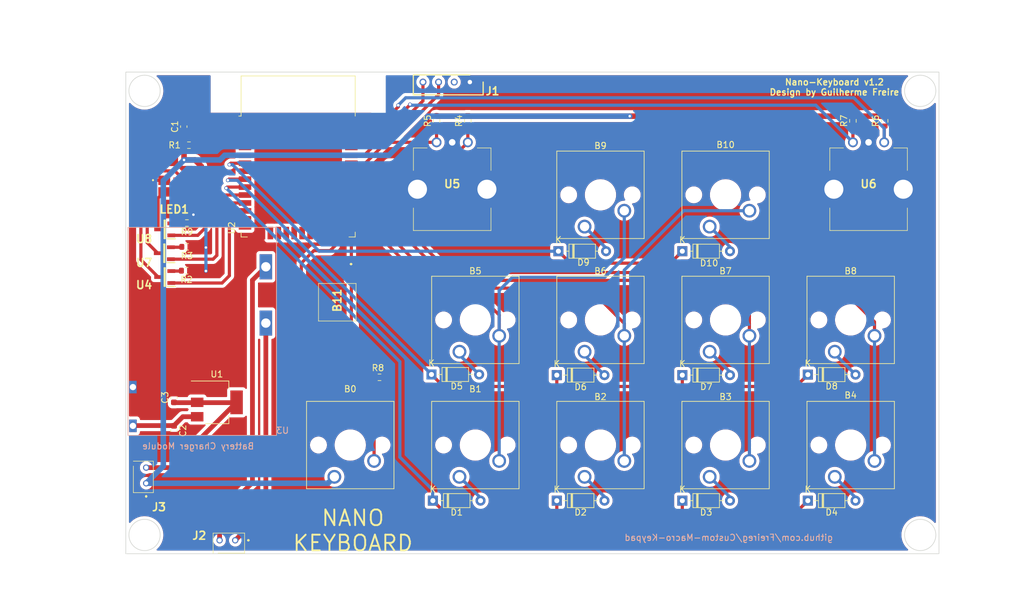
<source format=kicad_pcb>
(kicad_pcb (version 20211014) (generator pcbnew)
  (title_block (date "jeu. 02 avril 2015"))
  (layers (0 "F.Cu" signal) (31 "B.Cu" signal) (34 "B.Paste" user) (35 "F.Paste" user) (36 "B.SilkS" user "B.Silkscreen") (37 "F.SilkS" user "F.Silkscreen") (38 "B.Mask" user) (39 "F.Mask" user) (44 "Edge.Cuts" user))
  (net 0 "")
  (net 1 "GND")
  (net 2 "/FUNC")
  (net 3 "+3V3")
  (net 4 "Net-(B1-Pad1)")
  (net 5 "Net-(B2-Pad1)")
  (net 6 "Net-(B3-Pad1)")
  (net 7 "Net-(B4-Pad1)")
  (net 8 "Net-(B5-Pad1)")
  (net 9 "Net-(B6-Pad1)")
  (net 10 "Net-(B7-Pad1)")
  (net 11 "Net-(B8-Pad1)")
  (net 12 "Net-(B9-Pad1)")
  (net 13 "Net-(B10-Pad1)")
  (net 14 "/ESP_EN")
  (net 15 "COL1")
  (net 16 "COL2")
  (net 17 "COL3")
  (net 18 "COL4")
  (net 19 "ROW1")
  (net 20 "ROW2")
  (net 21 "ROW3")
  (net 22 "/BOOT")
  (net 23 "/LED_RED")
  (net 24 "/ENCODER2_A")
  (net 25 "/LED_GREEN")
  (net 26 "/LED_BLUE")
  (net 27 "/ENCODER2_B")
  (net 28 "/ENCODER1_A")
  (net 29 "Net-(C2-Pad1)")
  (net 31 "/ENCODER1_B")
  (net 32 "/RX0")
  (net 33 "/TX0")
  (net 34 "/KG")
  (net 35 "/KR")
  (net 36 "/KB")
  (net 37 "Net-(R2-Pad2)")
  (net 38 "Net-(R3-Pad2)")
  (net 39 "/MASTER_SWITCH")
  (net 40 "Net-(J2-Pad1)")
  (net 41 "Net-(J2-Pad2)")
  (net 42 "Net-(R9-Pad2)")
  (footprint "lib:R_0603_1608Metric" (layer "F.Cu") (at 107.236 113.568 180)
    (fp_text reference "R8" (at 0.25 1.5) (layer "F.SilkS"))
    (fp_text value "R_0603")
    (pad "1" smd roundrect (at -0.825 0 180) (size 0.8 0.95) (layers "F.Cu" "F.Paste" "F.Mask") (net 1 "GND"))
    (pad "2" smd roundrect (at 0.825 0 180) (size 0.8 0.95) (layers "F.Cu" "F.Paste" "F.Mask") (net 2 "/FUNC"))
  )
  (footprint "Diode_THT:D_DO-35_SOD27_P7.62mm_Horizontal" (layer "F.Cu") (at 175.712 113.137629)
    (fp_text reference "D8" (at 3.81 1.858371) (layer "F.SilkS"))
    (fp_text value "1N914")
    (fp_text user "K" (at 0 -1.8) (layer "F.SilkS"))
    (pad "1" thru_hole rect (at 0 0) (size 1.6 1.6) (drill 0.8) (layers *.Cu *.Mask) (net 20 "ROW2"))
    (pad "2" thru_hole oval (at 7.62 0) (size 1.6 1.6) (drill 0.8) (layers *.Cu *.Mask) (net 11 "Net-(B8-Pad1)"))
  )
  (footprint "lib:R_0603_1608Metric" (layer "F.Cu") (at 76.454 92.71 180)
    (fp_text reference "R3" (at 0 -1.43) (layer "F.SilkS"))
    (fp_text value "R_0603")
    (pad "1" smd roundrect (at -0.825 0 180) (size 0.8 0.95) (layers "F.Cu" "F.Paste" "F.Mask") (net 1 "GND"))
    (pad "2" smd roundrect (at 0.825 0 180) (size 0.8 0.95) (layers "F.Cu" "F.Paste" "F.Mask") (net 38 "Net-(R3-Pad2)"))
  )
  (footprint "lib:C_0603_1608Metric" (layer "F.Cu") (at 75.946 73.49 90)
    (fp_text reference "C1" (at 0 -1.43 90) (layer "F.SilkS"))
    (fp_text value "C_0603")
    (pad "1" smd roundrect (at -0.775 0 90) (size 0.9 0.95) (layers "F.Cu" "F.Paste" "F.Mask") (net 3 "+3V3"))
    (pad "2" smd roundrect (at 0.775 0 90) (size 0.9 0.95) (layers "F.Cu" "F.Paste" "F.Mask") (net 1 "GND"))
  )
  (footprint "lib:SW_Cherry_MX_1.00u_PCB" (layer "F.Cu") (at 160.02 129.474 180)
    (fp_text reference "B3" (at -2.54 12.79) (layer "F.SilkS"))
    (fp_text value "Cherry_Switch_1U_PCB")
    (pad "" np_thru_hole circle (at -2.54 5.08 180) (size 4 4) (drill 4) (layers *.Cu *.Mask))
    (pad "" np_thru_hole circle (at -7.62 5.08 180) (size 1.7 1.7) (drill 1.7) (layers *.Cu *.Mask))
    (pad "" np_thru_hole circle (at 2.54 5.08 180) (size 1.7 1.7) (drill 1.7) (layers *.Cu *.Mask))
    (pad "1" thru_hole circle (at 0 0 180) (size 2.2 2.2) (drill 1.5) (layers *.Cu *.Mask) (net 6 "Net-(B3-Pad1)"))
    (pad "2" thru_hole circle (at -6.35 2.54 180) (size 2.2 2.2) (drill 1.5) (layers *.Cu *.Mask) (net 17 "COL3"))
  )
  (footprint "lib:R_0603_1608Metric" (layer "F.Cu") (at 116.356 72.568 90)
    (fp_text reference "R5" (at 0 -1.43 90) (layer "F.SilkS"))
    (fp_text value "R_0603")
    (pad "1" smd roundrect (at -0.825 0 90) (size 0.8 0.95) (layers "F.Cu" "F.Paste" "F.Mask") (net 27 "/ENCODER2_B"))
    (pad "2" smd roundrect (at 0.825 0 90) (size 0.8 0.95) (layers "F.Cu" "F.Paste" "F.Mask") (net 3 "+3V3"))
  )
  (footprint "lib:SOT96P237X111-3N" (layer "F.Cu") (at 72.835 93.726 180)
    (fp_text reference "U7" (at 3.239 -1.524) (layer "F.SilkS") (effects (font (size 1.27 1.27) (thickness 0.254))))
    (fp_text value "QBC847BL" hide)
    (pad "1" smd rect (at -1.05 -0.955 270) (size 0.6 1.25) (layers "F.Cu" "F.Paste" "F.Mask") (net 25 "/LED_GREEN"))
    (pad "2" smd rect (at -1.05 0.955 270) (size 0.6 1.25) (layers "F.Cu" "F.Paste" "F.Mask") (net 38 "Net-(R3-Pad2)"))
    (pad "3" smd rect (at 1.05 0 270) (size 0.6 1.25) (layers "F.Cu" "F.Paste" "F.Mask") (net 34 "/KG"))
  )
  (footprint "lib:R_0603_1608Metric" (layer "F.Cu") (at 121.356 72.568 90)
    (fp_text reference "R4" (at 0 -1.43 90) (layer "F.SilkS"))
    (fp_text value "R_0603")
    (pad "1" smd roundrect (at -0.825 0 90) (size 0.8 0.95) (layers "F.Cu" "F.Paste" "F.Mask") (net 24 "/ENCODER2_A"))
    (pad "2" smd roundrect (at 0.825 0 90) (size 0.8 0.95) (layers "F.Cu" "F.Paste" "F.Mask") (net 3 "+3V3"))
  )
  (footprint "lib:R_0603_1608Metric" (layer "F.Cu") (at 76.454 88.9 180)
    (fp_text reference "R9" (at 0 -1.43) (layer "F.SilkS"))
    (fp_text value "R_0603")
    (pad "1" smd roundrect (at -0.825 0 180) (size 0.8 0.95) (layers "F.Cu" "F.Paste" "F.Mask") (net 1 "GND"))
    (pad "2" smd roundrect (at 0.825 0 180) (size 0.8 0.95) (layers "F.Cu" "F.Paste" "F.Mask") (net 42 "Net-(R9-Pad2)"))
  )
  (footprint "lib:R_0603_1608Metric" (layer "F.Cu") (at 76.771 76.454)
    (fp_text reference "R1" (at -2.286 0) (layer "F.SilkS"))
    (fp_text value "R_0603")
    (pad "1" smd roundrect (at -0.825 0) (size 0.8 0.95) (layers "F.Cu" "F.Paste" "F.Mask") (net 3 "+3V3"))
    (pad "2" smd roundrect (at 0.825 0) (size 0.8 0.95) (layers "F.Cu" "F.Paste" "F.Mask") (net 14 "/ESP_EN"))
  )
  (footprint "lib:SW_Cherry_MX_1.00u_PCB" (layer "F.Cu") (at 140.02 129.474 180)
    (fp_text reference "B2" (at -2.54 12.79) (layer "F.SilkS"))
    (fp_text value "Cherry_Switch_1U_PCB")
    (pad "" np_thru_hole circle (at -2.54 5.08 180) (size 4 4) (drill 4) (layers *.Cu *.Mask))
    (pad "" np_thru_hole circle (at -7.62 5.08 180) (size 1.7 1.7) (drill 1.7) (layers *.Cu *.Mask))
    (pad "" np_thru_hole circle (at 2.54 5.08 180) (size 1.7 1.7) (drill 1.7) (layers *.Cu *.Mask))
    (pad "1" thru_hole circle (at 0 0 180) (size 2.2 2.2) (drill 1.5) (layers *.Cu *.Mask) (net 5 "Net-(B2-Pad1)"))
    (pad "2" thru_hole circle (at -6.35 2.54 180) (size 2.2 2.2) (drill 1.5) (layers *.Cu *.Mask) (net 16 "COL2"))
  )
  (footprint "Diode_THT:D_DO-35_SOD27_P7.62mm_Horizontal" (layer "F.Cu") (at 155.646 113.218)
    (fp_text reference "D7" (at 3.836981 1.858371) (layer "F.SilkS"))
    (fp_text value "1N914")
    (fp_text user "K" (at 0 -1.8) (layer "F.SilkS"))
    (pad "1" thru_hole rect (at 0 0) (size 1.6 1.6) (drill 0.8) (layers *.Cu *.Mask) (net 20 "ROW2"))
    (pad "2" thru_hole oval (at 7.62 0) (size 1.6 1.6) (drill 0.8) (layers *.Cu *.Mask) (net 10 "Net-(B7-Pad1)"))
  )
  (footprint "lib:SW_Cherry_MX_1.00u_PCB" (layer "F.Cu") (at 140.02 89.474 180)
    (fp_text reference "B9" (at -2.54 12.924) (layer "F.SilkS"))
    (fp_text value "Cherry_Switch_1U_PCB")
    (pad "" np_thru_hole circle (at 2.54 5.08 180) (size 1.7 1.7) (drill 1.7) (layers *.Cu *.Mask))
    (pad "" np_thru_hole circle (at -2.54 5.08 180) (size 4 4) (drill 4) (layers *.Cu *.Mask))
    (pad "" np_thru_hole circle (at -7.62 5.08 180) (size 1.7 1.7) (drill 1.7) (layers *.Cu *.Mask))
    (pad "1" thru_hole circle (at 0 0 180) (size 2.2 2.2) (drill 1.5) (layers *.Cu *.Mask) (net 12 "Net-(B9-Pad1)"))
    (pad "2" thru_hole circle (at -6.35 2.54 180) (size 2.2 2.2) (drill 1.5) (layers *.Cu *.Mask) (net 15 "COL1"))
  )
  (footprint "lib:R_0603_1608Metric" (layer "F.Cu") (at 187.986 72.568 90)
    (fp_text reference "R6" (at 0 -1.43 90) (layer "F.SilkS"))
    (fp_text value "R_0603")
    (pad "1" smd roundrect (at -0.825 0 90) (size 0.8 0.95) (layers "F.Cu" "F.Paste" "F.Mask") (net 28 "/ENCODER1_A"))
    (pad "2" smd roundrect (at 0.825 0 90) (size 0.8 0.95) (layers "F.Cu" "F.Paste" "F.Mask") (net 3 "+3V3"))
  )
  (footprint "lib:5988610307F" (layer "F.Cu") (at 74.422 83)
    (fp_text reference "LED1" (at 0.01 3.714) (layer "F.SilkS") (effects (font (size 1.27 1.27) (thickness 0.254))))
    (fp_text value "598-8610-307F" hide)
    (pad "1" smd rect locked (at -1.6 -0.925 90) (size 1.5 1.9) (layers "F.Cu" "F.Paste" "F.Mask") (net 34 "/KG"))
    (pad "2" smd rect locked (at 1.6 -0.925 90) (size 1.5 1.9) (layers "F.Cu" "F.Paste" "F.Mask") (net 35 "/KR"))
    (pad "3" smd rect locked (at -1.6 0.925 90) (size 1.5 1.9) (layers "F.Cu" "F.Paste" "F.Mask") (net 36 "/KB"))
    (pad "4" smd rect locked (at 1.6 0.925 90) (size 1.5 1.9) (layers "F.Cu" "F.Paste" "F.Mask") (net 3 "+3V3"))
  )
  (footprint "lib:C_0603_1608Metric" (layer "F.Cu") (at 74.378 122.103 -90)
    (fp_text reference "C2" (at 0 -1.43 -270) (layer "F.SilkS"))
    (fp_text value "C_0603")
    (pad "1" smd roundrect (at -0.775 0 270) (size 0.9 0.95) (layers "F.Cu" "F.Paste" "F.Mask") (net 29 "Net-(C2-Pad1)"))
    (pad "2" smd roundrect (at 0.775 0 270) (size 0.9 0.95) (layers "F.Cu" "F.Paste" "F.Mask") (net 1 "GND"))
  )
  (footprint "lib:SW_Cherry_MX_1.00u_PCB" (layer "F.Cu") (at 180.02 109.474 180)
    (fp_text reference "B8" (at -2.54 12.9) (layer "F.SilkS"))
    (fp_text value "Cherry_Switch_1U_PCB")
    (pad "" np_thru_hole circle (at -2.54 5.08 180) (size 4 4) (drill 4) (layers *.Cu *.Mask))
    (pad "" np_thru_hole circle (at 2.54 5.08 180) (size 1.7 1.7) (drill 1.7) (layers *.Cu *.Mask))
    (pad "" np_thru_hole circle (at -7.62 5.08 180) (size 1.7 1.7) (drill 1.7) (layers *.Cu *.Mask))
    (pad "1" thru_hole circle (at 0 0 180) (size 2.2 2.2) (drill 1.5) (layers *.Cu *.Mask) (net 11 "Net-(B8-Pad1)"))
    (pad "2" thru_hole circle (at -6.35 2.54 180) (size 2.2 2.2) (drill 1.5) (layers *.Cu *.Mask) (net 18 "COL4"))
  )
  (footprint "lib:SOT96P237X111-3N" (layer "F.Cu") (at 72.898 89.916 180)
    (fp_text reference "U8" (at 3.302 -1.524) (layer "F.SilkS") (effects (font (size 1.27 1.27) (thickness 0.254))))
    (fp_text value "QBC847BL" hide)
    (pad "1" smd rect (at -1.05 -0.955 270) (size 0.6 1.25) (layers "F.Cu" "F.Paste" "F.Mask") (net 26 "/LED_BLUE"))
    (pad "2" smd rect (at -1.05 0.955 270) (size 0.6 1.25) (layers "F.Cu" "F.Paste" "F.Mask") (net 42 "Net-(R9-Pad2)"))
    (pad "3" smd rect (at 1.05 0 270) (size 0.6 1.25) (layers "F.Cu" "F.Paste" "F.Mask") (net 36 "/KB"))
  )
  (footprint "lib:SHDR4W35P0X125_1X4_800X320X420P" (layer "F.Cu") (at 121.682 66.368 180)
    (fp_text reference "J1" (at -3.625 -1.45) (layer "F.SilkS") (effects (font (size 1.27 1.27) (thickness 0.254))))
    (fp_text value "125SH-B-04-TS" hide)
    (pad "1" thru_hole rect (at 0 0 180) (size 1.1 1.1) (drill 0.7) (layers *.Cu *.Mask) (net 1 "GND"))
    (pad "2" thru_hole circle (at 2.5 0 180) (size 1.1 1.1) (drill 0.7) (layers *.Cu *.Mask))
    (pad "3" thru_hole circle (at 5 0 180) (size 1.1 1.1) (drill 0.7) (layers *.Cu *.Mask) (net 32 "/RX0"))
    (pad "4" thru_hole circle (at 7.5 0 180) (size 1.1 1.1) (drill 0.7) (layers *.Cu *.Mask) (net 33 "/TX0"))
  )
  (footprint "Diode_THT:D_DO-35_SOD27_P7.62mm_Horizontal" (layer "F.Cu") (at 115.768 133.284)
    (fp_text reference "D1" (at 3.81 1.865) (layer "F.SilkS"))
    (fp_text value "1N914")
    (fp_text user "K" (at 0 -1.8) (layer "F.SilkS"))
    (pad "1" thru_hole rect (at 0 0) (size 1.6 1.6) (drill 0.8) (layers *.Cu *.Mask) (net 19 "ROW1"))
    (pad "2" thru_hole oval (at 7.62 0) (size 1.6 1.6) (drill 0.8) (layers *.Cu *.Mask) (net 4 "Net-(B1-Pad1)"))
  )
  (footprint "lib:C_0603_1608Metric" (layer "F.Cu") (at 74.378 116.797 90)
    (fp_text reference "C3" (at 0 -1.43 90) (layer "F.SilkS"))
    (fp_text value "C_0603")
    (pad "1" smd roundrect (at -0.775 0 90) (size 0.9 0.95) (layers "F.Cu" "F.Paste" "F.Mask") (net 39 "/MASTER_SWITCH"))
    (pad "2" smd roundrect (at 0.775 0 90) (size 0.9 0.95) (layers "F.Cu" "F.Paste" "F.Mask") (net 1 "GND"))
  )
  (footprint "lib:SW_Cherry_MX_1.00u_PCB" (layer "F.Cu") (at 160.02 109.474 180)
    (fp_text reference "B7" (at -2.529667 12.9) (layer "F.SilkS"))
    (fp_text value "Cherry_Switch_1U_PCB")
    (pad "" np_thru_hole circle (at -7.62 5.08 180) (size 1.7 1.7) (drill 1.7) (layers *.Cu *.Mask))
    (pad "" np_thru_hole circle (at 2.54 5.08 180) (size 1.7 1.7) (drill 1.7) (layers *.Cu *.Mask))
    (pad "" np_thru_hole circle (at -2.54 5.08 180) (size 4 4) (drill 4) (layers *.Cu *.Mask))
    (pad "1" thru_hole circle (at 0 0 180) (size 2.2 2.2) (drill 1.5) (layers *.Cu *.Mask) (net 10 "Net-(B7-Pad1)"))
    (pad "2" thru_hole circle (at -6.35 2.54 180) (size 2.2 2.2) (drill 1.5) (layers *.Cu *.Mask) (net 17 "COL3"))
  )
  (footprint "lib:R_0603_1608Metric" (layer "F.Cu") (at 76.391 96.52 180)
    (fp_text reference "R2" (at 0 -1.43) (layer "F.SilkS"))
    (fp_text value "R_0603")
    (pad "1" smd roundrect (at -0.825 0 180) (size 0.8 0.95) (layers "F.Cu" "F.Paste" "F.Mask") (net 1 "GND"))
    (pad "2" smd roundrect (at 0.825 0 180) (size 0.8 0.95) (layers "F.Cu" "F.Paste" "F.Mask") (net 37 "Net-(R2-Pad2)"))
  )
  (footprint "lib:SW_Cherry_MX_1.00u_PCB" (layer "F.Cu") (at 180.02 129.474 180)
    (fp_text reference "B4" (at -2.54 13.04) (layer "F.SilkS"))
    (fp_text value "Cherry_Switch_1U_PCB")
    (pad "" np_thru_hole circle (at 2.54 5.08 180) (size 1.7 1.7) (drill 1.7) (layers *.Cu *.Mask))
    (pad "" np_thru_hole circle (at -7.62 5.08 180) (size 1.7 1.7) (drill 1.7) (layers *.Cu *.Mask))
    (pad "" np_thru_hole circle (at -2.54 5.08 180) (size 4 4) (drill 4) (layers *.Cu *.Mask))
    (pad "1" thru_hole circle (at 0 0 180) (size 2.2 2.2) (drill 1.5) (layers *.Cu *.Mask) (net 7 "Net-(B4-Pad1)"))
    (pad "2" thru_hole circle (at -6.35 2.54 180) (size 2.2 2.2) (drill 1.5) (layers *.Cu *.Mask) (net 18 "COL4"))
  )
  (footprint "lib:EN12HN22AF25" (layer "F.Cu") (at 121.356 76 180)
    (fp_text reference "U5" (at 2.5 -6.656) (layer "F.SilkS") (effects (font (size 1.27 1.27) (thickness 0.254))))
    (fp_text value "EN12-HN22AF25" hide)
    (pad "A1" thru_hole circle (at 0 0 180) (size 1.575 1.575) (drill 1.05) (layers *.Cu *.Mask) (net 24 "/ENCODER2_A"))
    (pad "B1" thru_hole circle (at 5 0 180) (size 1.575 1.575) (drill 1.05) (layers *.Cu *.Mask) (net 27 "/ENCODER2_B"))
    (pad "C1" thru_hole circle (at 2.5 0 180) (size 1.575 1.575) (drill 1.05) (layers *.Cu *.Mask) (net 1 "GND"))
    (pad "MH1" thru_hole circle (at -3.05 -7.5 180) (size 4.562 4.562) (drill 3.0414) (layers *.Cu *.Mask) (net 1 "GND"))
    (pad "MH2" thru_hole circle (at 8.05 -7.5 180) (size 4.562 4.562) (drill 3.0414) (layers *.Cu *.Mask) (net 1 "GND"))
  )
  (footprint "lib:SOT96P237X111-3N" (layer "F.Cu") (at 72.898 97.536 180)
    (fp_text reference "U4" (at 3.302 -1.27) (layer "F.SilkS") (effects (font (size 1.27 1.27) (thickness 0.254))))
    (fp_text value "QBC847BL" hide)
    (pad "1" smd rect (at -1.05 -0.955 270) (size 0.6 1.25) (layers "F.Cu" "F.Paste" "F.Mask") (net 23 "/LED_RED"))
    (pad "2" smd rect (at -1.05 0.955 270) (size 0.6 1.25) (layers "F.Cu" "F.Paste" "F.Mask") (net 37 "Net-(R2-Pad2)"))
    (pad "3" smd rect (at 1.05 0 270) (size 0.6 1.25) (layers "F.Cu" "F.Paste" "F.Mask") (net 35 "/KR"))
  )
  (footprint "Diode_THT:D_DO-35_SOD27_P7.62mm_Horizontal" (layer "F.Cu") (at 155.646 93.406)
    (fp_text reference "D10" (at 4.279296 1.895) (layer "F.SilkS"))
    (fp_text value "1N914")
    (fp_text user "K" (at 0 -1.8) (layer "F.SilkS"))
    (pad "1" thru_hole rect (at 0 0) (size 1.6 1.6) (drill 0.8) (layers *.Cu *.Mask) (net 21 "ROW3"))
    (pad "2" thru_hole oval (at 7.62 0) (size 1.6 1.6) (drill 0.8) (layers *.Cu *.Mask) (net 13 "Net-(B10-Pad1)"))
  )
  (footprint "Diode_THT:D_DO-35_SOD27_P7.62mm_Horizontal" (layer "F.Cu") (at 175.712 133.284)
    (fp_text reference "D4" (at 3.81 1.865) (layer "F.SilkS"))
    (fp_text value "1N914")
    (fp_text user "K" (at 0 -1.8) (layer "F.SilkS"))
    (pad "1" thru_hole rect (at 0 0) (size 1.6 1.6) (drill 0.8) (layers *.Cu *.Mask) (net 19 "ROW1"))
    (pad "2" thru_hole oval (at 7.62 0) (size 1.6 1.6) (drill 0.8) (layers *.Cu *.Mask) (net 7 "Net-(B4-Pad1)"))
  )
  (footprint "Diode_THT:D_DO-35_SOD27_P7.62mm_Horizontal" (layer "F.Cu") (at 155.646 133.284)
    (fp_text reference "D3" (at 3.81 1.865) (layer "F.SilkS"))
    (fp_text value "1N914")
    (fp_text user "K" (at 0 -1.8) (layer "F.SilkS"))
    (pad "1" thru_hole rect (at 0 0) (size 1.6 1.6) (drill 0.8) (layers *.Cu *.Mask) (net 19 "ROW1"))
    (pad "2" thru_hole oval (at 7.62 0) (size 1.6 1.6) (drill 0.8) (layers *.Cu *.Mask) (net 6 "Net-(B3-Pad1)"))
  )
  (footprint "lib:SW_Cherry_MX_1.00u_PCB" (layer "F.Cu") (at 120.02 109.474 180)
    (fp_text reference "B5" (at -2.54 12.9) (layer "F.SilkS"))
    (fp_text value "Cherry_Switch_1U_PCB")
    (pad "" np_thru_hole circle (at -7.62 5.08 180) (size 1.7 1.7) (drill 1.7) (layers *.Cu *.Mask))
    (pad "" np_thru_hole circle (at 2.54 5.08 180) (size 1.7 1.7) (drill 1.7) (layers *.Cu *.Mask))
    (pad "" np_thru_hole circle (at -2.54 5.08 180) (size 4 4) (drill 4) (layers *.Cu *.Mask))
    (pad "1" thru_hole circle (at 0 0 180) (size 2.2 2.2) (drill 1.5) (layers *.Cu *.Mask) (net 8 "Net-(B5-Pad1)"))
    (pad "2" thru_hole circle (at -6.35 2.54 180) (size 2.2 2.2) (drill 1.5) (layers *.Cu *.Mask) (net 15 "COL1"))
  )
  (footprint "Diode_THT:D_DO-35_SOD27_P7.62mm_Horizontal" (layer "F.Cu") (at 135.834 93.406)
    (fp_text reference "D9" (at 4.002314 1.795) (layer "F.SilkS"))
    (fp_text value "1N914")
    (fp_text user "K" (at 0 -1.8) (layer "F.SilkS"))
    (pad "1" thru_hole rect (at 0 0) (size 1.6 1.6) (drill 0.8) (layers *.Cu *.Mask) (net 21 "ROW3"))
    (pad "2" thru_hole oval (at 7.62 0) (size 1.6 1.6) (drill 0.8) (layers *.Cu *.Mask) (net 12 "Net-(B9-Pad1)"))
  )
  (footprint "Diode_THT:D_DO-35_SOD27_P7.62mm_Horizontal" (layer "F.Cu") (at 115.544686 113.114)
    (fp_text reference "D5" (at 4.033314 1.882) (layer "F.SilkS"))
    (fp_text value "1N914")
    (fp_text user "K" (at 0 -1.8) (layer "F.SilkS"))
    (pad "1" thru_hole rect (at 0 0) (size 1.6 1.6) (drill 0.8) (layers *.Cu *.Mask) (net 20 "ROW2"))
    (pad "2" thru_hole oval (at 7.62 0) (size 1.6 1.6) (drill 0.8) (layers *.Cu *.Mask) (net 8 "Net-(B5-Pad1)"))
  )
  (footprint "lib:25SHB02TS" (layer "F.Cu") (at 69.934 130.503 -90)
    (fp_text reference "J3" (at 3.815 -2.052) (layer "F.SilkS") (effects (font (size 1.27 1.27) (thickness 0.254))))
    (fp_text value "25SH-B-02-TS" hide)
    (pad "1" thru_hole circle (at 0 0 270) (size 1 1) (drill 0.65) (layers *.Cu *.Mask) (net 3 "+3V3"))
    (pad "2" thru_hole circle (at -2.5 0 270) (size 1 1) (drill 0.65) (layers *.Cu *.Mask) (net 39 "/MASTER_SWITCH"))
  )
  (footprint "lib:SW_Cherry_MX_1.00u_PCB" (layer "F.Cu") (at 100.02 129.474 180)
    (fp_text reference "B0" (at -2.54 14.04) (layer "F.SilkS"))
    (fp_text value "Cherry_Switch_1U_PCB")
    (pad "" np_thru_hole circle (at -7.62 5.08 180) (size 1.7 1.7) (drill 1.7) (layers *.Cu *.Mask))
    (pad "" np_thru_hole circle (at -2.54 5.08 180) (size 4 4) (drill 4) (layers *.Cu *.Mask))
    (pad "" np_thru_hole circle (at 2.54 5.08 180) (size 1.7 1.7) (drill 1.7) (layers *.Cu *.Mask))
    (pad "1" thru_hole circle (at 0 0 180) (size 2.2 2.2) (drill 1.5) (layers *.Cu *.Mask) (net 3 "+3V3"))
    (pad "2" thru_hole circle (at -6.35 2.54 180) (size 2.2 2.2) (drill 1.5) (layers *.Cu *.Mask) (net 2 "/FUNC"))
  )
  (footprint "RF_Module:ESP32-WROOM-32" (layer "F.Cu") (at 94.234 81.25)
    (fp_text reference "U2" (at -10.61 8.43 90) (layer "F.SilkS"))
    (fp_text value "ESP32-WROOM-32")
    (pad "1" smd rect (at -8.5 -8.255) (size 2 0.9) (layers "F.Cu" "F.Paste" "F.Mask") (net 1 "GND"))
    (pad "2" smd rect (at -8.5 -6.985) (size 2 0.9) (layers "F.Cu" "F.Paste" "F.Mask") (net 3 "+3V3"))
    (pad "3" smd rect (at -8.5 -5.715) (size 2 0.9) (layers "F.Cu" "F.Paste" "F.Mask") (net 14 "/ESP_EN"))
    (pad "4" smd rect (at -8.5 -4.445) (size 2 0.9) (layers "F.Cu" "F.Paste" "F.Mask"))
    (pad "5" smd rect (at -8.5 -3.175) (size 2 0.9) (layers "F.Cu" "F.Paste" "F.Mask"))
    (pad "6" smd rect (at -8.5 -1.905) (size 2 0.9) (layers "F.Cu" "F.Paste" "F.Mask") (net 21 "ROW3"))
    (pad "7" smd rect (at -8.5 -0.635) (size 2 0.9) (layers "F.Cu" "F.Paste" "F.Mask"))
    (pad "8" smd rect (at -8.5 0.635) (size 2 0.9) (layers "F.Cu" "F.Paste" "F.Mask") (net 20 "ROW2"))
    (pad "9" smd rect (at -8.5 1.905) (size 2 0.9) (layers "F.Cu" "F.Paste" "F.Mask") (net 19 "ROW1"))
    (pad "10" smd rect (at -8.5 3.175) (size 2 0.9) (layers "F.Cu" "F.Paste" "F.Mask") (net 26 "/LED_BLUE"))
    (pad "11" smd rect (at -8.5 4.445) (size 2 0.9) (layers "F.Cu" "F.Paste" "F.Mask") (net 25 "/LED_GREEN"))
    (pad "12" smd rect (at -8.5 5.715) (size 2 0.9) (layers "F.Cu" "F.Paste" "F.Mask") (net 23 "/LED_RED"))
    (pad "13" smd rect (at -8.5 6.985) (size 2 0.9) (layers "F.Cu" "F.Paste" "F.Mask"))
    (pad "14" smd rect (at -8.5 8.255) (size 2 0.9) (layers "F.Cu" "F.Paste" "F.Mask"))
    (pad "15" smd rect (at -5.715 9.255 90) (size 2 0.9) (layers "F.Cu" "F.Paste" "F.Mask") (net 1 "GND"))
    (pad "16" smd rect (at -4.445 9.255 90) (size 2 0.9) (layers "F.Cu" "F.Paste" "F.Mask"))
    (pad "17" smd rect (at -3.175 9.255 90) (size 2 0.9) (layers "F.Cu" "F.Paste" "F.Mask"))
    (pad "18" smd rect (at -1.905 9.255 90) (size 2 0.9) (layers "F.Cu" "F.Paste" "F.Mask"))
    (pad "19" smd rect (at -0.635 9.255 90) (size 2 0.9) (layers "F.Cu" "F.Paste" "F.Mask"))
    (pad "20" smd rect (at 0.635 9.255 90) (size 2 0.9) (layers "F.Cu" "F.Paste" "F.Mask"))
    (pad "21" smd rect (at 1.905 9.255 90) (size 2 0.9) (layers "F.Cu" "F.Paste" "F.Mask"))
    (pad "22" smd rect (at 3.175 9.255 90) (size 2 0.9) (layers "F.Cu" "F.Paste" "F.Mask"))
    (pad "23" smd rect (at 4.445 9.255 90) (size 2 0.9) (layers "F.Cu" "F.Paste" "F.Mask"))
    (pad "24" smd rect (at 5.715 9.255 90) (size 2 0.9) (layers "F.Cu" "F.Paste" "F.Mask") (net 2 "/FUNC"))
    (pad "25" smd rect (at 8.5 8.255) (size 2 0.9) (layers "F.Cu" "F.Paste" "F.Mask") (net 22 "/BOOT"))
    (pad "26" smd rect (at 8.5 6.985) (size 2 0.9) (layers "F.Cu" "F.Paste" "F.Mask") (net 15 "COL1"))
    (pad "27" smd rect (at 8.5 5.715) (size 2 0.9) (layers "F.Cu" "F.Paste" "F.Mask") (net 16 "COL2"))
    (pad "28" smd rect (at 8.5 4.445) (size 2 0.9) (layers "F.Cu" "F.Paste" "F.Mask") (net 17 "COL3"))
    (pad "29" smd rect (at 8.5 3.175) (size 2 0.9) (layers "F.Cu" "F.Paste" "F.Mask"))
    (pad "30" smd rect (at 8.5 1.905) (size 2 0.9) (layers "F.Cu" "F.Paste" "F.Mask") (net 18 "COL4"))
    (pad "31" smd rect (at 8.5 0.635) (size 2 0.9) (layers "F.Cu" "F.Paste" "F.Mask") (net 24 "/ENCODER2_A"))
    (pad "32" smd rect (at 8.5 -0.635) (size 2 0.9) (layers "F.Cu" "F.Paste" "F.Mask"))
    (pad "33" smd rect (at 8.5 -1.905) (size 2 0.9) (layers "F.Cu" "F.Paste" "F.Mask") (net 27 "/ENCODER2_B"))
    (pad "34" smd rect (at 8.5 -3.175) (size 2 0.9) (layers "F.Cu" "F.Paste" "F.Mask") (net 32 "/RX0"))
    (pad "35" smd rect (at 8.5 -4.445) (size 2 0.9) (layers "F.Cu" "F.Paste" "F.Mask") (net 33 "/TX0"))
    (pad "36" smd rect (at 8.5 -5.715) (size 2 0.9) (layers "F.Cu" "F.Paste" "F.Mask") (net 31 "/ENCODER1_B"))
    (pad "37" smd rect (at 8.5 -6.985) (size 2 0.9) (layers "F.Cu" "F.Paste" "F.Mask") (net 28 "/ENCODER1_A"))
    (pad "38" smd rect (at 8.5 -8.255) (size 2 0.9) (layers "F.Cu" "F.Paste" "F.Mask") (net 1 "GND"))
    (pad "39" smd rect (at -1 -0.755) (size 5 5) (layers "F.Cu" "F.Paste" "F.Mask") (net 1 "GND"))
    (zone (net 0) (net_name "") (layers *.Cu) (connect_pads (clearance 0)) (min_thickness 0.254)
      (keepout (tracks not_allowed) (vias not_allowed) (pads not_allowed) (copperpour not_allowed) (footprints not_allowed))
      (fill (thermal_gap 0.508) (thermal_bridge_width 0.508))
      (polygon (pts (xy 80.234 71.28) (xy 108.234 71.28) (xy 108.234 60.5) (xy 80.234 60.5)))
    )
  )
  (footprint "lib:LL3301NF065QG" (layer "F.Cu") (at 100.486 101.568 -90)
    (fp_text reference "B11" (at -0.3 0 90) (layer "F.SilkS") (effects (font (size 1.27 1.27) (thickness 0.254))))
    (fp_text value "LL3301NF065QG" hide)
    (pad "1" smd rect (at -4.55 -2.25) (size 1.4 2.1) (layers "F.Cu" "F.Paste" "F.Mask") (net 22 "/BOOT"))
    (pad "2" smd rect (at 4.55 -2.25) (size 1.4 2.1) (layers "F.Cu" "F.Paste" "F.Mask") (net 22 "/BOOT"))
    (pad "3" smd rect (at -4.55 2.25) (size 1.4 2.1) (layers "F.Cu" "F.Paste" "F.Mask") (net 1 "GND"))
    (pad "4" smd rect (at 4.55 2.25) (size 1.4 2.1) (layers "F.Cu" "F.Paste" "F.Mask") (net 1 "GND"))
  )
  (footprint "lib:SW_Cherry_MX_1.00u_PCB" (layer "F.Cu") (at 160.02 89.474 180)
    (fp_text reference "B10" (at -2.54 13.08) (layer "F.SilkS"))
    (fp_text value "Cherry_Switch_1U_PCB")
    (pad "" np_thru_hole circle (at 2.54 5.08 180) (size 1.7 1.7) (drill 1.7) (layers *.Cu *.Mask))
    (pad "" np_thru_hole circle (at -7.62 5.08 180) (size 1.7 1.7) (drill 1.7) (layers *.Cu *.Mask))
    (pad "" np_thru_hole circle (at -2.54 5.08 180) (size 4 4) (drill 4) (layers *.Cu *.Mask))
    (pad "1" thru_hole circle (at 0 0 180) (size 2.2 2.2) (drill 1.5) (layers *.Cu *.Mask) (net 13 "Net-(B10-Pad1)"))
    (pad "2" thru_hole circle (at -6.35 2.54 180) (size 2.2 2.2) (drill 1.5) (layers *.Cu *.Mask) (net 16 "COL2"))
  )
  (footprint "lib:EN12HN22AF25" (layer "F.Cu") (at 187.92 76 180)
    (fp_text reference "U6" (at 2.5 -6.656) (layer "F.SilkS") (effects (font (size 1.27 1.27) (thickness 0.254))))
    (fp_text value "EN12-HN22AF25" hide)
    (pad "A1" thru_hole circle (at 0 0 180) (size 1.575 1.575) (drill 1.05) (layers *.Cu *.Mask) (net 28 "/ENCODER1_A"))
    (pad "B1" thru_hole circle (at 5 0 180) (size 1.575 1.575) (drill 1.05) (layers *.Cu *.Mask) (net 31 "/ENCODER1_B"))
    (pad "C1" thru_hole circle (at 2.5 0 180) (size 1.575 1.575) (drill 1.05) (layers *.Cu *.Mask) (net 1 "GND"))
    (pad "MH1" thru_hole circle (at -3.05 -7.5 180) (size 4.562 4.562) (drill 3.0414) (layers *.Cu *.Mask) (net 1 "GND"))
    (pad "MH2" thru_hole circle (at 8.05 -7.5 180) (size 4.562 4.562) (drill 3.0414) (layers *.Cu *.Mask) (net 1 "GND"))
  )
  (footprint "lib:SW_Cherry_MX_1.00u_PCB" (layer "F.Cu") (at 120.02 129.474 180)
    (fp_text reference "B1" (at -2.54 14.04) (layer "F.SilkS"))
    (fp_text value "Cherry_Switch_1U_PCB")
    (pad "" np_thru_hole circle (at -7.62 5.08 180) (size 1.7 1.7) (drill 1.7) (layers *.Cu *.Mask))
    (pad "" np_thru_hole circle (at 2.54 5.08 180) (size 1.7 1.7) (drill 1.7) (layers *.Cu *.Mask))
    (pad "" np_thru_hole circle (at -2.54 5.08 180) (size 4 4) (drill 4) (layers *.Cu *.Mask))
    (pad "1" thru_hole circle (at 0 0 180) (size 2.2 2.2) (drill 1.5) (layers *.Cu *.Mask) (net 4 "Net-(B1-Pad1)"))
    (pad "2" thru_hole circle (at -6.35 2.54 180) (size 2.2 2.2) (drill 1.5) (layers *.Cu *.Mask) (net 15 "COL1"))
  )
  (footprint "lib:25SHB02TS" (layer "F.Cu") (at 84.171 139.62)
    (fp_text reference "J2" (at -5.75 -0.75) (layer "F.SilkS") (effects (font (size 1.27 1.27) (thickness 0.254))))
    (fp_text value "25SH-B-02-TS" hide)
    (pad "1" thru_hole circle (at 0 0) (size 1 1) (drill 0.65) (layers *.Cu *.Mask) (net 40 "Net-(J2-Pad1)"))
    (pad "2" thru_hole circle (at -2.5 0) (size 1 1) (drill 0.65) (layers *.Cu *.Mask) (net 41 "Net-(J2-Pad2)"))
  )
  (footprint "Diode_THT:D_DO-35_SOD27_P7.62mm_Horizontal" (layer "F.Cu") (at 135.58 113.218)
    (fp_text reference "D6" (at 3.81 1.882) (layer "F.SilkS"))
    (fp_text value "1N914")
    (fp_text user "K" (at 0 -1.8) (layer "F.SilkS"))
    (pad "1" thru_hole rect (at 0 0) (size 1.6 1.6) (drill 0.8) (layers *.Cu *.Mask) (net 20 "ROW2"))
    (pad "2" thru_hole oval (at 7.62 0) (size 1.6 1.6) (drill 0.8) (layers *.Cu *.Mask) (net 9 "Net-(B6-Pad1)"))
  )
  (footprint "lib:R_0603_1608Metric" (layer "F.Cu") (at 182.92 72.568 90)
    (fp_text reference "R7" (at 0 -1.43 90) (layer "F.SilkS"))
    (fp_text value "R_0603")
    (pad "1" smd roundrect (at -0.825 0 90) (size 0.8 0.95) (layers "F.Cu" "F.Paste" "F.Mask") (net 31 "/ENCODER1_B"))
    (pad "2" smd roundrect (at 0.825 0 90) (size 0.8 0.95) (layers "F.Cu" "F.Paste" "F.Mask") (net 3 "+3V3"))
  )
  (footprint "Package_TO_SOT_SMD:SOT-223-3_TabPin2" (layer "F.Cu") (at 81.236 117.568)
    (fp_text reference "U1" (at 0 -4.5) (layer "F.SilkS"))
    (fp_text value "AMS1117")
    (pad "1" smd rect (at -3.15 -2.3) (size 2 1.5) (layers "F.Cu" "F.Paste" "F.Mask") (net 1 "GND"))
    (pad "2" smd rect (at 3.15 0) (size 2 3.8) (layers "F.Cu" "F.Paste" "F.Mask") (net 39 "/MASTER_SWITCH"))
    (pad "2" smd rect (at -3.15 0) (size 2 1.5) (layers "F.Cu" "F.Paste" "F.Mask") (net 39 "/MASTER_SWITCH"))
    (pad "3" smd rect (at -3.15 2.3) (size 2 1.5) (layers "F.Cu" "F.Paste" "F.Mask") (net 29 "Net-(C2-Pad1)"))
  )
  (footprint "lib:SW_Cherry_MX_1.00u_PCB" (layer "F.Cu") (at 140.02 109.474 180)
    (fp_text reference "B6" (at -2.54 12.9) (layer "F.SilkS"))
    (fp_text value "Cherry_Switch_1U_PCB")
    (pad "" np_thru_hole circle (at 2.54 5.08 180) (size 1.7 1.7) (drill 1.7) (layers *.Cu *.Mask))
    (pad "" np_thru_hole circle (at -7.62 5.08 180) (size 1.7 1.7) (drill 1.7) (layers *.Cu *.Mask))
    (pad "" np_thru_hole circle (at -2.54 5.08 180) (size 4 4) (drill 4) (layers *.Cu *.Mask))
    (pad "1" thru_hole circle (at 0 0 180) (size 2.2 2.2) (drill 1.5) (layers *.Cu *.Mask) (net 9 "Net-(B6-Pad1)"))
    (pad "2" thru_hole circle (at -6.35 2.54 180) (size 2.2 2.2) (drill 1.5) (layers *.Cu *.Mask) (net 16 "COL2"))
  )
  (footprint "Diode_THT:D_DO-35_SOD27_P7.62mm_Horizontal" (layer "F.Cu") (at 135.58 133.284)
    (fp_text reference "D2" (at 3.81 1.865) (layer "F.SilkS"))
    (fp_text value "1N914")
    (fp_text user "K" (at 0 -1.8) (layer "F.SilkS"))
    (pad "1" thru_hole rect (at 0 0) (size 1.6 1.6) (drill 0.8) (layers *.Cu *.Mask) (net 19 "ROW1"))
    (pad "2" thru_hole oval (at 7.62 0) (size 1.6 1.6) (drill 0.8) (layers *.Cu *.Mask) (net 5 "Net-(B2-Pad1)"))
  )
  (footprint "lib:J5019-module" (layer "B.Cu") (at 90.766 122.848 90)
    (fp_text reference "U3" (at 0.78 0.97 unlocked) (layer "B.SilkS") (effects (justify mirror)))
    (fp_text value "J5019")
    (pad "1" thru_hole rect (at 17.95 -1.7 90) (size 4 2) (drill 1.5) (layers *.Cu *.Mask) (net 40 "Net-(J2-Pad1)"))
    (pad "2" thru_hole rect (at 26.95 -1.7 90) (size 4 2) (drill 1.5) (layers *.Cu *.Mask) (net 41 "Net-(J2-Pad2)"))
    (pad "3" thru_hole rect (at 1.52 -22.95 90) (size 2 1.2) (drill 1) (layers *.Cu *.Mask) (net 29 "Net-(C2-Pad1)"))
    (pad "4" thru_hole rect (at 7.72 -22.95 90) (size 2 1.2) (drill 1) (layers *.Cu *.Mask) (net 1 "GND"))
    (zone (net 0) (net_name "") (layer "B.Cu") (name "Keep out Module") (connect_pads (clearance 0)) (min_thickness 0.254)
      (keepout (tracks allowed) (vias not_allowed) (pads not_allowed) (copperpour not_allowed) (footprints not_allowed))
      (fill (thermal_gap 0.508) (thermal_bridge_width 0.508))
      (polygon (pts (xy 67.016 89.598) (xy 67.044006 112.153478) (xy 67.036465 112.128191) (xy 67.008459 117.500713) (xy 67.017 117.514) (xy 67.016 122.848) (xy 90.766 122.848) (xy 90.766 89.598)))
    )
  )
  (gr_circle locked (center 193.675 67.77) (end 196.175 67.77) (layer "Edge.Cuts") (width 0.1) (fill none))
  (gr_circle locked (center 193.675 138.77) (end 196.175 138.77) (layer "Edge.Cuts") (width 0.1) (fill none))
  (gr_circle locked (center 69.675 67.77) (end 72.175 67.77) (layer "Edge.Cuts") (width 0.1) (fill none))
  (gr_circle locked (center 69.675 138.77) (end 72.175 138.77) (layer "Edge.Cuts") (width 0.1) (fill none))
  (gr_rect locked (start 66.675 64.77) (end 196.675 141.77) (layer "Edge.Cuts") (width 0.1) (fill none))
  (gr_text "github.com/Freireg/Custom-Macro-Keypad" (at 163.068 139.192) (layer "B.SilkS") (effects (font (size 1 1)) (justify mirror)))
  (gr_text "Battery Charger Module" (at 78.236 124.568) (layer "B.SilkS") (effects (font (size 1 1)) (justify mirror)))
  (gr_text "Nano-Keyboard v1.2\nDesign by Guilherme Freire\n" (at 179.959 67.183) (layer "F.SilkS") (effects (font (size 1 1) (thickness 0.2))))
  (gr_text "NANO\nKEYBOARD" (at 102.986 138.068) (layer "F.SilkS") (effects (font (size 2.5 2.5) (thickness 0.3))))
  (segment (start 77.279 88.9) (end 77.279 87.775) (width 0.508) (layer "F.Cu") (net 1))
  (segment (start 79.378 92.71) (end 79.486 92.818) (width 0.508) (layer "F.Cu") (net 1))
  (segment (start 79.438 96.52) (end 79.486 96.568) (width 0.508) (layer "F.Cu") (net 1))
  (segment (start 77.279 92.71) (end 79.378 92.71) (width 0.508) (layer "F.Cu") (net 1))
  (segment (start 77.279 87.775) (end 77.486 87.568) (width 0.508) (layer "F.Cu") (net 1))
  (segment (start 77.216 96.52) (end 79.438 96.52) (width 0.508) (layer "F.Cu") (net 1))
  (via (at 77.486 87.568) (size 0.6) (drill 0.4) (layers "F.Cu" "B.Cu") (net 1))
  (via (at 79.486 96.568) (size 0.6) (drill 0.4) (layers "F.Cu" "B.Cu") (net 1))
  (via (at 79.486 92.818) (size 0.6) (drill 0.4) (layers "F.Cu" "B.Cu") (net 1))
  (segment (start 77.486 87.568) (end 79.486 89.568) (width 0.508) (layer "B.Cu") (net 1))
  (segment (start 79.486 89.568) (end 79.486 92.818) (width 0.508) (layer "B.Cu") (net 1))
  (segment (start 79.486 96.568) (end 79.486 92.818) (width 0.508) (layer "B.Cu") (net 1))
  (segment (start 106.37 113.609) (end 106.411 113.568) (width 0.508) (layer "F.Cu") (net 2))
  (segment (start 96.736 93.318) (end 99.348 93.318) (width 0.508) (layer "F.Cu") (net 2))
  (segment (start 106.411 113.568) (end 100.236 113.568) (width 0.508) (layer "F.Cu") (net 2))
  (segment (start 106.37 126.934) (end 106.37 113.609) (width 0.508) (layer "F.Cu") (net 2))
  (segment (start 94.736 95.318) (end 96.736 93.318) (width 0.508) (layer "F.Cu") (net 2))
  (segment (start 100.145 92.521) (end 100.145 90.505) (width 0.508) (layer "F.Cu") (net 2))
  (segment (start 94.736 108.068) (end 94.736 95.318) (width 0.508) (layer "F.Cu") (net 2))
  (segment (start 99.348 93.318) (end 100.145 92.521) (width 0.508) (layer "F.Cu") (net 2))
  (segment (start 100.236 113.568) (end 94.736 108.068) (width 0.508) (layer "F.Cu") (net 2))
  (segment (start 75.986 74.3715) (end 75.946 74.3715) (width 0.889) (layer "F.Cu") (net 3))
  (segment (start 78.736 83.474) (end 78.1785 84.0315) (width 0.889) (layer "F.Cu") (net 3))
  (segment (start 147.236 71.818) (end 187.911 71.818) (width 0.889) (layer "F.Cu") (net 3))
  (segment (start 78.736 79.818) (end 78.736 83.474) (width 0.889) (layer "F.Cu") (net 3))
  (segment (start 75.946 74.265) (end 85.734 74.265) (width 0.508) (layer "F.Cu") (net 3))
  (segment (start 77.736 78.818) (end 78.736 79.818) (width 0.889) (layer "F.Cu") (net 3))
  (segment (start 78.1785 84.0315) (end 76.022 84.0315) (width 0.889) (layer "F.Cu") (net 3))
  (segment (start 75.986 78.818) (end 75.986 74.3715) (width 0.889) (layer "F.Cu") (net 3))
  (segment (start 75.986 78.818) (end 77.736 78.818) (width 0.889) (layer "F.Cu") (net 3))
  (segment (start 187.911 71.818) (end 187.986 71.743) (width 0.889) (layer "F.Cu") (net 3))
  (segment (start 147.236 71.818) (end 116.431 71.818) (width 0.889) (layer "F.Cu") (net 3))
  (segment (start 116.431 71.818) (end 116.356 71.743) (width 0.889) (layer "F.Cu") (net 3))
  (via (at 147.236 71.818) (size 0.6) (drill 0.4) (layers "F.Cu" "B.Cu") (net 3))
  (via (at 75.986 78.818) (size 0.6) (drill 0.4) (layers "F.Cu" "B.Cu") (net 3))
  (segment (start 69.934 130.503) (end 72.672654 127.764346) (width 0.889) (layer "B.Cu") (net 3))
  (segment (start 72.672654 127.764346) (end 72.672654 82.131346) (width 0.889) (layer "B.Cu") (net 3))
  (segment (start 75.986 78.818) (end 81.736 78.818) (width 0.889) (layer "B.Cu") (net 3))
  (segment (start 82.486 78.068) (end 108.736 78.068) (width 0.889) (layer "B.Cu") (net 3))
  (segment (start 98.991 130.503) (end 100.02 129.474) (width 0.889) (layer "B.Cu") (net 3))
  (segment (start 81.736 78.818) (end 82.486 78.068) (width 0.889) (layer "B.Cu") (net 3))
  (segment (start 72.672654 82.131346) (end 75.986 78.818) (width 0.889) (layer "B.Cu") (net 3))
  (segment (start 114.986 71.818) (end 147.236 71.818) (width 0.889) (layer "B.Cu") (net 3))
  (segment (start 108.736 78.068) (end 114.986 71.818) (width 0.889) (layer "B.Cu") (net 3))
  (segment (start 69.934 130.503) (end 98.991 130.503) (width 0.889) (layer "B.Cu") (net 3))
  (segment (start 120.02 129.474) (end 123.388 132.842) (width 0.508) (layer "B.Cu") (net 4))
  (segment (start 123.388 132.842) (end 123.388 133.284) (width 0.508) (layer "B.Cu") (net 4))
  (segment (start 140.02 129.474) (end 143.2 132.654) (width 0.508) (layer "B.Cu") (net 5))
  (segment (start 143.2 132.654) (end 143.2 133.284) (width 0.508) (layer "B.Cu") (net 5))
  (segment (start 160.02 129.474) (end 163.266 132.72) (width 0.508) (layer "B.Cu") (net 6))
  (segment (start 163.266 132.72) (end 163.266 133.284) (width 0.508) (layer "B.Cu") (net 6))
  (segment (start 180.02 129.474) (end 183.332 132.786) (width 0.508) (layer "B.Cu") (net 7))
  (segment (start 183.332 132.786) (end 183.332 133.284) (width 0.508) (layer "B.Cu") (net 7))
  (segment (start 120.02 109.969314) (end 123.164686 113.114) (width 0.508) (layer "B.Cu") (net 8))
  (segment (start 120.02 109.474) (end 120.02 109.969314) (width 0.508) (layer "B.Cu") (net 8))
  (segment (start 140.02 109.474) (end 140.02 110.038) (width 0.508) (layer "B.Cu") (net 9))
  (segment (start 140.02 110.038) (end 143.2 113.218) (width 0.508) (layer "B.Cu") (net 9))
  (segment (start 163.266 112.72) (end 163.266 113.218) (width 0.508) (layer "B.Cu") (net 10))
  (segment (start 160.02 109.474) (end 163.266 112.72) (width 0.508) (layer "B.Cu") (net 10))
  (segment (start 180.02 109.825629) (end 183.332 113.137629) (width 0.508) (layer "B.Cu") (net 11))
  (segment (start 180.02 109.474) (end 180.02 109.825629) (width 0.508) (layer "B.Cu") (net 11))
  (segment (start 143.454 92.908) (end 143.454 93.406) (width 0.508) (layer "B.Cu") (net 12))
  (segment (start 140.02 89.474) (end 143.454 92.908) (width 0.508) (layer "B.Cu") (net 12))
  (segment (start 163.266 92.72) (end 163.266 93.406) (width 0.508) (layer "B.Cu") (net 13))
  (segment (start 160.02 89.474) (end 163.266 92.72) (width 0.508) (layer "B.Cu") (net 13))
  (segment (start 85.734 75.535) (end 78.515 75.535) (width 0.508) (layer "F.Cu") (net 14))
  (segment (start 78.515 75.535) (end 77.596 76.454) (width 0.508) (layer "F.Cu") (net 14))
  (segment (start 123.826552 101.068) (end 126.37 103.611448) (width 0.508) (layer "F.Cu") (net 15))
  (segment (start 126.37 103.611448) (end 126.37 106.934) (width 0.508) (layer "F.Cu") (net 15))
  (segment (start 117.236 101.068) (end 123.826552 101.068) (width 0.508) (layer "F.Cu") (net 15))
  (segment (start 104.403 88.235) (end 117.236 101.068) (width 0.508) (layer "F.Cu") (net 15))
  (segment (start 102.734 88.235) (end 104.403 88.235) (width 0.508) (layer "F.Cu") (net 15))
  (segment (start 126.37 126.934) (end 126.37 106.934) (width 0.508) (layer "B.Cu") (net 15))
  (segment (start 143.236 97.568) (end 128.486 97.568) (width 0.508) (layer "B.Cu") (net 15))
  (segment (start 146.37 86.934) (end 146.37 94.434) (width 0.508) (layer "B.Cu") (net 15))
  (segment (start 143.986 96.818) (end 143.236 97.568) (width 0.508) (layer "B.Cu") (net 15))
  (segment (start 146.37 94.434) (end 143.986 96.818) (width 0.508) (layer "B.Cu") (net 15))
  (segment (start 126.37 99.684) (end 126.37 106.934) (width 0.508) (layer "B.Cu") (net 15))
  (segment (start 128.486 97.568) (end 126.37 99.684) (width 0.508) (layer "B.Cu") (net 15))
  (segment (start 117.236 99.318) (end 140.736 99.318) (width 0.508) (layer "F.Cu") (net 16))
  (segment (start 140.736 99.318) (end 146.37 104.952) (width 0.508) (layer "F.Cu") (net 16))
  (segment (start 102.734 86.965) (end 104.883 86.965) (width 0.508) (layer "F.Cu") (net 16))
  (segment (start 104.883 86.965) (end 117.236 99.318) (width 0.508) (layer "F.Cu") (net 16))
  (segment (start 146.37 104.952) (end 146.37 106.934) (width 0.508) (layer "F.Cu") (net 16))
  (segment (start 155.87 86.934) (end 146.37 96.434) (width 0.508) (layer "B.Cu") (net 16))
  (segment (start 146.37 126.934) (end 146.37 106.934) (width 0.508) (layer "B.Cu") (net 16))
  (segment (start 166.37 86.934) (end 155.87 86.934) (width 0.508) (layer "B.Cu") (net 16))
  (segment (start 146.37 96.434) (end 146.37 106.934) (width 0.508) (layer "B.Cu") (net 16))
  (segment (start 102.734 85.695) (end 105.863 85.695) (width 0.508) (layer "F.Cu") (net 17))
  (segment (start 166.37 103.702) (end 166.37 106.934) (width 0.508) (layer "F.Cu") (net 17))
  (segment (start 160.736 98.068) (end 166.37 103.702) (width 0.508) (layer "F.Cu") (net 17))
  (segment (start 105.863 85.695) (end 118.236 98.068) (width 0.508) (layer "F.Cu") (net 17))
  (segment (start 118.236 98.068) (end 160.736 98.068) (width 0.508) (layer "F.Cu") (net 17))
  (segment (start 166.37 106.934) (end 166.37 126.934) (width 0.508) (layer "B.Cu") (net 17))
  (segment (start 186.37 104.702) (end 186.37 106.934) (width 0.508) (layer "F.Cu") (net 18))
  (segment (start 178.486 96.818) (end 186.37 104.702) (width 0.508) (layer "F.Cu") (net 18))
  (segment (start 102.734 83.155) (end 104.823 83.155) (width 0.508) (layer "F.Cu") (net 18))
  (segment (start 118.486 96.818) (end 178.486 96.818) (width 0.508) (layer "F.Cu") (net 18))
  (segment (start 104.823 83.155) (end 118.486 96.818) (width 0.508) (layer "F.Cu") (net 18))
  (segment (start 186.37 126.934) (end 186.37 106.934) (width 0.508) (layer "B.Cu") (net 18))
  (segment (start 82.899 83.155) (end 82.736 83.318) (width 0.508) (layer "F.Cu") (net 19))
  (segment (start 155.646 134.978) (end 155.986 135.318) (width 0.508) (layer "F.Cu") (net 19))
  (segment (start 85.734 83.155) (end 82.899 83.155) (width 0.508) (layer "F.Cu") (net 19))
  (segment (start 155.646 133.284) (end 155.646 134.978) (width 0.508) (layer "F.Cu") (net 19))
  (segment (start 175.712 133.284) (end 173.678 135.318) (width 0.508) (layer "F.Cu") (net 19))
  (segment (start 117.802 135.318) (end 115.768 133.284) (width 0.508) (layer "F.Cu") (net 19))
  (segment (start 135.58 135.224) (end 135.486 135.318) (width 0.508) (layer "F.Cu") (net 19))
  (segment (start 135.58 133.284) (end 135.58 135.224) (width 0.508) (layer "F.Cu") (net 19))
  (segment (start 135.486 135.318) (end 117.802 135.318) (width 0.508) (layer "F.Cu") (net 19))
  (segment (start 155.986 135.318) (end 135.486 135.318) (width 0.508) (layer "F.Cu") (net 19))
  (segment (start 173.678 135.318) (end 155.986 135.318) (width 0.508) (layer "F.Cu") (net 19))
  (via (at 82.736 83.318) (size 0.6) (drill 0.4) (layers "F.Cu" "B.Cu") (net 19))
  (segment (start 115.736 133.318) (end 115.736 131.575416) (width 0.508) (layer "B.Cu") (net 19))
  (segment (start 115.736 131.575416) (end 110.486 126.325416) (width 0.508) (layer "B.Cu") (net 19))
  (segment (start 110.486 126.325416) (end 110.486 111.068) (width 0.508) (layer "B.Cu") (net 19))
  (segment (start 110.486 111.068) (end 82.736 83.318) (width 0.508) (layer "B.Cu") (net 19))
  (segment (start 115.768 133.284) (end 115.768 133.286) (width 0.508) (layer "B.Cu") (net 19))
  (segment (start 115.768 133.286) (end 115.736 133.318) (width 0.508) (layer "B.Cu") (net 19))
  (segment (start 83.169 81.885) (end 82.986 82.068) (width 0.508) (layer "F.Cu") (net 20))
  (segment (start 135.27 115.034) (end 117.464686 115.034) (width 0.508) (layer "F.Cu") (net 20))
  (segment (start 85.734 81.885) (end 83.169 81.885) (width 0.508) (layer "F.Cu") (net 20))
  (segment (start 173.815629 115.034) (end 155.77 115.034) (width 0.508) (layer "F.Cu") (net 20))
  (segment (start 117.464686 115.034) (end 115.544686 113.114) (width 0.508) (layer "F.Cu") (net 20))
  (segment (start 135.58 113.218) (end 135.58 114.724) (width 0.508) (layer "F.Cu") (net 20))
  (segment (start 155.646 113.218) (end 155.646 114.91) (width 0.508) (layer "F.Cu") (net 20))
  (segment (start 155.646 114.91) (end 155.77 115.034) (width 0.508) (layer "F.Cu") (net 20))
  (segment (start 175.712 113.137629) (end 173.815629 115.034) (width 0.508) (layer "F.Cu") (net 20))
  (segment (start 155.77 115.034) (end 135.27 115.034) (width 0.508) (layer "F.Cu") (net 20))
  (segment (start 135.58 114.724) (end 135.27 115.034) (width 0.508) (layer "F.Cu") (net 20))
  (via (at 82.986 82.068) (size 0.6) (drill 0.4) (layers "F.Cu" "B.Cu") (net 20))
  (segment (start 84.498686 82.068) (end 115.544686 113.114) (width 0.508) (layer "B.Cu") (net 20))
  (segment (start 82.986 82.068) (end 84.498686 82.068) (width 0.508) (layer "B.Cu") (net 20))
  (segment (start 153.986 95.068) (end 153.736 95.318) (width 0.508) (layer "F.Cu") (net 21))
  (segment (start 153.736 95.318) (end 137.746 95.318) (width 0.508) (layer "F.Cu") (net 21))
  (segment (start 137.746 95.318) (end 135.834 93.406) (width 0.508) (layer "F.Cu") (net 21))
  (segment (start 85.734 79.345) (end 83.459 79.345) (width 0.508) (layer "F.Cu") (net 21))
  (segment (start 155.646 93.406) (end 153.986 95.066) (width 0.508) (layer "F.Cu") (net 21))
  (segment (start 153.986 95.066) (end 153.986 95.068) (width 0.508) (layer "F.Cu") (net 21))
  (segment (start 83.459 79.345) (end 83.236 79.568) (width 0.508) (layer "F.Cu") (net 21))
  (via (at 83.236 79.568) (size 0.6) (drill 0.4) (layers "F.Cu" "B.Cu") (net 21))
  (segment (start 135.834 93.406) (end 97.574 93.406) (width 0.508) (layer "B.Cu") (net 21))
  (segment (start 83.736 79.568) (end 83.236 79.568) (width 0.508) (layer "B.Cu") (net 21))
  (segment (start 97.574 93.406) (end 83.736 79.568) (width 0.508) (layer "B.Cu") (net 21))
  (segment (start 102.736 97.018) (end 102.736 89.703) (width 0.508) (layer "F.Cu") (net 22))
  (segment (start 102.736 106.118) (end 102.736 97.018) (width 0.508) (layer "F.Cu") (net 22))
  (segment (start 102.736 89.703) (end 102.734 89.701) (width 0.508) (layer "F.Cu") (net 22))
  (segment (start 85.734 86.965) (end 84.03 86.965) (width 0.508) (layer "F.Cu") (net 23))
  (segment (start 82.063 98.491) (end 73.948 98.491) (width 0.508) (layer "F.Cu") (net 23))
  (segment (start 83.236 97.318) (end 82.063 98.491) (width 0.508) (layer "F.Cu") (net 23))
  (segment (start 84.03 86.965) (end 83.236 87.759) (width 0.508) (layer "F.Cu") (net 23))
  (segment (start 83.236 87.759) (end 83.236 97.318) (width 0.508) (layer "F.Cu") (net 23))
  (segment (start 121.356 76) (end 118.038 79.318) (width 0.508) (layer "F.Cu") (net 24))
  (segment (start 118.038 79.318) (end 108.736 79.318) (width 0.508) (layer "F.Cu") (net 24))
  (segment (start 121.356 73.393) (end 121.356 76) (width 0.508) (layer "F.Cu") (net 24))
  (segment (start 106.169 81.885) (end 102.734 81.885) (width 0.508) (layer "F.Cu") (net 24))
  (segment (start 108.736 79.318) (end 106.169 81.885) (width 0.508) (layer "F.Cu") (net 24))
  (segment (start 83.109 85.695) (end 81.236 87.568) (width 0.508) (layer "F.Cu") (net 25))
  (segment (start 85.734 85.695) (end 83.109 85.695) (width 0.508) (layer "F.Cu") (net 25))
  (segment (start 81.236 87.568) (end 81.236 94.068) (width 0.508) (layer "F.Cu") (net 25))
  (segment (start 80.623 94.681) (end 73.885 94.681) (width 0.508) (layer "F.Cu") (net 25))
  (segment (start 81.236 94.068) (end 80.623 94.681) (width 0.508) (layer "F.Cu") (net 25))
  (segment (start 79.486 89.568) (end 78.183 90.871) (width 0.508) (layer "F.Cu") (net 26))
  (segment (start 81.879 84.425) (end 79.486 86.818) (width 0.508) (layer "F.Cu") (net 26))
  (segment (start 85.734 84.425) (end 81.879 84.425) (width 0.508) (layer "F.Cu") (net 26))
  (segment (start 79.486 86.818) (end 79.486 89.568) (width 0.508) (layer "F.Cu") (net 26))
  (segment (start 78.183 90.871) (end 73.948 90.871) (width 0.508) (layer "F.Cu") (net 26))
  (segment (start 104.959 79.345) (end 102.734 79.345) (width 0.508) (layer "F.Cu") (net 27))
  (segment (start 116.356 76) (end 108.304 76) (width 0.508) (layer "F.Cu") (net 27))
  (segment (start 108.304 76) (end 104.959 79.345) (width 0.508) (layer "F.Cu") (net 27))
  (segment (start 116.356 73.393) (end 116.356 76) (width 0.508) (layer "F.Cu") (net 27))
  (segment (start 102.734 74.265) (end 104.242 74.265) (width 0.508) (layer "F.Cu") (net 28))
  (segment (start 104.242 74.265) (end 106.689 71.818) (width 0.508) (layer "F.Cu") (net 28))
  (segment (start 106.689 71.818) (end 108.736 71.818) (width 0.508) (layer "F.Cu") (net 28))
  (segment (start 108.736 71.818) (end 110.236 70.318) (width 0.508) (layer "F.Cu") (net 28))
  (segment (start 187.92 73.459) (end 187.986 73.393) (width 0.508) (layer "F.Cu") (net 28))
  (segment (start 187.92 76) (end 187.92 73.459) (width 0.508) (layer "F.Cu") (net 28))
  (segment (start 110.236 70.318) (end 110.236 70.068) (width 0.508) (layer "F.Cu") (net 28))
  (via (at 110.236 70.068) (size 0.6) (drill 0.4) (layers "F.Cu" "B.Cu") (net 28))
  (segment (start 111.423594 68.880406) (end 183.048406 68.880406) (width 0.508) (layer "B.Cu") (net 28))
  (segment (start 187.92 73.752) (end 187.92 76) (width 0.508) (layer "B.Cu") (net 28))
  (segment (start 110.236 70.068) (end 111.423594 68.880406) (width 0.508) (layer "B.Cu") (net 28))
  (segment (start 183.048406 68.880406) (end 187.92 73.752) (width 0.508) (layer "B.Cu") (net 28))
  (segment (start 67.816 121.328) (end 67.859 121.285) (width 0.762) (layer "F.Cu") (net 29))
  (segment (start 75.795 119.868) (end 74.378 121.285) (width 0.762) (layer "F.Cu") (net 29))
  (segment (start 67.859 121.285) (end 74.378 121.285) (width 0.762) (layer "F.Cu") (net 29))
  (segment (start 78.086 119.868) (end 75.795 119.868) (width 0.762) (layer "F.Cu") (net 29))
  (segment (start 107.041478 72.952) (end 108.236 72.952) (width 0.508) (layer "F.Cu") (net 31))
  (segment (start 108.236 72.952) (end 109.16516 72.952) (width 0.508) (layer "F.Cu") (net 31))
  (segment (start 102.734 75.535) (end 104.458479 75.535) (width 0.508) (layer "F.Cu") (net 31))
  (segment (start 109.16516 72.952) (end 112.14258 69.97458) (width 0.508) (layer "F.Cu") (net 31))
  (segment (start 182.92 76) (end 182.92 73.393) (width 0.508) (layer "F.Cu") (net 31))
  (segment (start 112.14258 69.97458) (end 112.110406 69.942406) (width 0.508) (layer "F.Cu") (net 31))
  (segment (start 104.458479 75.535) (end 107.041478 72.952) (width 0.508) (layer "F.Cu") (net 31))
  (via (at 112.110406 69.942406) (size 0.6) (drill 0.4) (layers "F.Cu" "B.Cu") (net 31))
  (segment (start 112.236 70.068) (end 176.988 70.068) (width 0.508) (layer "B.Cu") (net 31))
  (segment (start 176.988 70.068) (end 182.92 76) (width 0.508) (layer "B.Cu") (net 31))
  (segment (start 112.110406 69.942406) (end 112.236 70.068) (width 0.508) (layer "B.Cu") (net 31))
  (segment (start 116.682 68.372) (end 116.682 66.368) (width 0.508) (layer "F.Cu") (net 32))
  (segment (start 102.734 78.075) (end 104.79216 78.075) (width 0.508) (layer "F.Cu") (net 32))
  (segment (start 110.07 74.984) (end 116.682 68.372) (width 0.508) (layer "F.Cu") (net 32))
  (segment (start 104.79216 78.075) (end 107.88316 74.984) (width 0.508) (layer "F.Cu") (net 32))
  (segment (start 107.88316 74.984) (end 110.07 74.984) (width 0.508) (layer "F.Cu") (net 32))
  (segment (start 114.182 66.368) (end 114.182 69.372) (width 0.508) (layer "F.Cu") (net 33))
  (segment (start 109.586 73.968) (end 107.462319 73.968) (width 0.508) (layer "F.Cu") (net 33))
  (segment (start 104.62532 76.805) (end 102.734 76.805) (width 0.508) (layer "F.Cu") (net 33))
  (segment (start 114.182 69.372) (end 109.586 73.968) (width 0.508) (layer "F.Cu") (net 33))
  (segment (start 107.462319 73.968) (end 104.62532 76.805) (width 0.508) (layer "F.Cu") (net 33))
  (segment (start 70.104 92.045) (end 71.785 93.726) (width 0.508) (layer "F.Cu") (net 34))
  (segment (start 71.364 82.075) (end 70.104 83.335) (width 0.508) (layer "F.Cu") (net 34))
  (segment (start 72.822 82.075) (end 71.364 82.075) (width 0.508) (layer "F.Cu") (net 34))
  (segment (start 70.104 83.335) (end 70.104 92.045) (width 0.508) (layer "F.Cu") (net 34))
  (segment (start 69.08848 94.77648) (end 71.848 97.536) (width 0.508) (layer "F.Cu") (net 35))
  (segment (start 76.022 82.075) (end 74.510489 80.563489) (width 0.508) (layer "F.Cu") (net 35))
  (segment (start 69.08848 81.78752) (end 69.08848 94.77648) (width 0.508) (layer "F.Cu") (net 35))
  (segment (start 74.510489 80.563489) (end 70.312511 80.563489) (width 0.508) (layer "F.Cu") (net 35))
  (segment (start 70.312511 80.563489) (end 69.08848 81.78752) (width 0.508) (layer "F.Cu") (net 35))
  (segment (start 72.822 83.925) (end 71.848 84.899) (width 0.508) (layer "F.Cu") (net 36))
  (segment (start 71.848 84.899) (end 71.848 89.916) (width 0.508) (layer "F.Cu") (net 36))
  (segment (start 75.505 96.581) (end 75.566 96.52) (width 0.508) (layer "F.Cu") (net 37))
  (segment (start 73.948 96.581) (end 75.505 96.581) (width 0.508) (layer "F.Cu") (net 37))
  (segment (start 73.885 92.771) (end 75.568 92.771) (width 0.508) (layer "F.Cu") (net 38))
  (segment (start 75.568 92.771) (end 75.629 92.71) (width 0.508) (layer "F.Cu") (net 38))
  (segment (start 84.386 117.568) (end 84.339 117.615) (width 0.762) (layer "F.Cu") (net 39))
  (segment (start 84.339 117.615) (end 74.378 117.615) (width 0.762) (layer "F.Cu") (net 39))
  (segment (start 84.386 117.568) (end 73.951 128.003) (width 0.762) (layer "F.Cu") (net 39))
  (segment (start 73.951 128.003) (end 69.934 128.003) (width 0.762) (layer "F.Cu") (net 39))
  (segment (start 89.066 134.725) (end 84.171 139.62) (width 0.762) (layer "F.Cu") (net 40))
  (segment (start 89.066 104.898) (end 89.066 134.725) (width 0.762) (layer "F.Cu") (net 40))
  (segment (start 86.923 98.041) (end 86.923 130.381) (width 0.762) (layer "F.Cu") (net 41))
  (segment (start 89.066 95.898) (end 86.923 98.041) (width 0.762) (layer "F.Cu") (net 41))
  (segment (start 81.671 135.633) (end 81.671 139.62) (width 0.762) (layer "F.Cu") (net 41))
  (segment (start 86.923 130.381) (end 81.671 135.633) (width 0.762) (layer "F.Cu") (net 41))
  (segment (start 73.948 88.961) (end 75.568 88.961) (width 0.508) (layer "F.Cu") (net 42))
  (segment (start 75.568 88.961) (end 75.629 88.9) (width 0.508) (layer "F.Cu") (net 42))
  (zone (net 1) (net_name "GND") (layers F&B.Cu) (connect_pads yes (clearance 0.508)) (min_thickness 0.254) (fill yes (thermal_gap 0.508) (thermal_bridge_width 0.508))
    (polygon (pts (xy 198.688 142.46) (xy 66.75 142.46) (xy 66.75 64.75) (xy 198.688 64.75)))
  )
)
</source>
